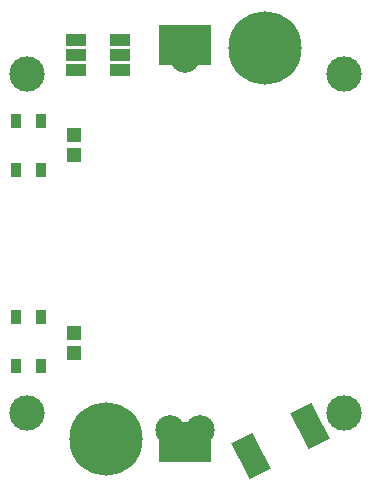
<source format=gbr>
G04 DipTrace 3.2.0.1*
G04 Âåðõíÿÿìàñêà.gbr*
%MOMM*%
G04 #@! TF.FileFunction,Soldermask,Top*
G04 #@! TF.Part,Single*
%AMOUTLINE1*
4,1,4,
-0.11684,-1.96885,
-1.66409,1.05871,
0.11684,1.96885,
1.66409,-1.05871,
-0.11684,-1.96885,
0*%
%AMOUTLINE4*
4,1,4,
0.84949,-0.47591,
0.85054,0.47409,
-0.84949,0.47591,
-0.85054,-0.47409,
0.84949,-0.47591,
0*%
%ADD47R,0.9X1.3*%
%ADD49R,4.4X3.4*%
%ADD51C,2.5*%
%ADD55R,1.2X1.3*%
%ADD57C,6.2*%
%ADD59C,3.0*%
%ADD67OUTLINE1*%
%ADD70OUTLINE4*%
%FSLAX35Y35*%
G04*
G71*
G90*
G75*
G01*
G04 TopMask*
%LPD*%
D67*
X553317Y-1796783D3*
X1051970Y-1541943D3*
D70*
X-928763Y1474780D3*
X-928623Y1601783D3*
X-928487Y1728783D3*
X-551760Y1474373D3*
X-551623Y1601370D3*
X-551487Y1728373D3*
D59*
X1345000Y1435000D3*
D57*
X675000Y1655000D3*
X-675000Y-1655000D3*
D59*
X1345000Y-1435000D3*
X-1345000Y1435000D3*
Y-1435000D3*
D55*
X-940000Y755000D3*
Y925000D3*
Y-925000D3*
Y-755000D3*
D51*
X0Y1575000D3*
X-127000Y-1575000D3*
X127000D3*
D49*
X0Y1681000D3*
Y-1681000D3*
D47*
X-1222500Y1037500D3*
X-1437500D3*
X-1222500Y622500D3*
X-1437500D3*
X-1222500Y-622500D3*
X-1437500D3*
X-1222500Y-1037500D3*
X-1437500D3*
M02*

</source>
